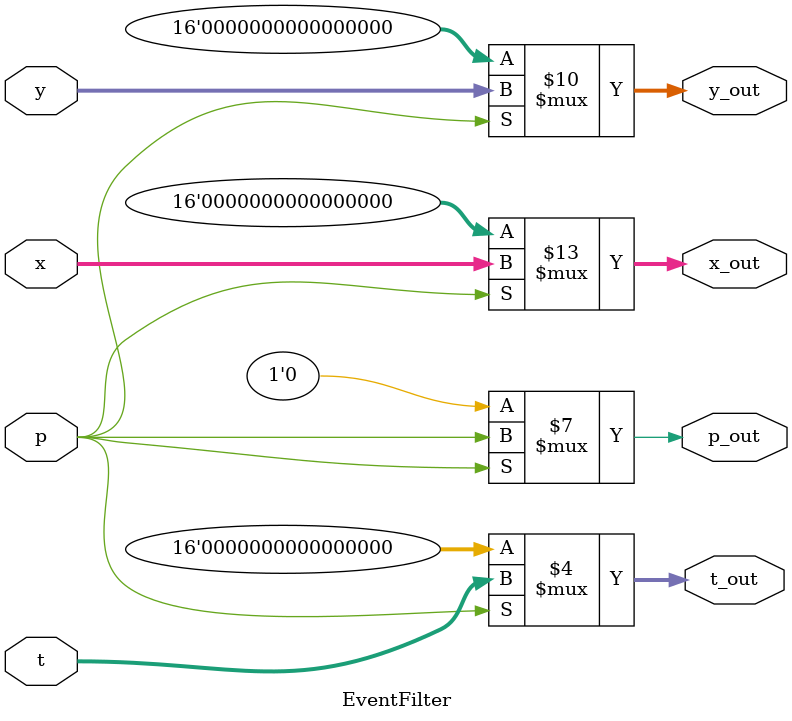
<source format=v>
`default_nettype none 

module EventFilter (
    input wire [15:0] x, // Assuming that x, y, & t are 16-bits
    input wire [15:0] y,
    input wire [15:0] t,
    input wire p,        // Polarity is a 1 bit (1 or 0 (or otherwise))

    output reg [15:0] x_out,
    output reg [15:0] y_out,
    output reg [15:0] t_out,
    output reg p_out
);

always @* begin // Comb logic
    if (p == 1'b1) begin // If event is high, just output the tuplr
        x_out = x;
        y_out = y;
        p_out = p;
        t_out = t;
    end else begin
        // If the polarity is not +1, event is low -- is it better to output 0 or like X or Z?
        x_out = 16'b0; // can it be 16'bz as a dont care output
        y_out = 16'b0;
        p_out = 1'b0;
        t_out = 16'b0;
    end
end
endmodule


</source>
